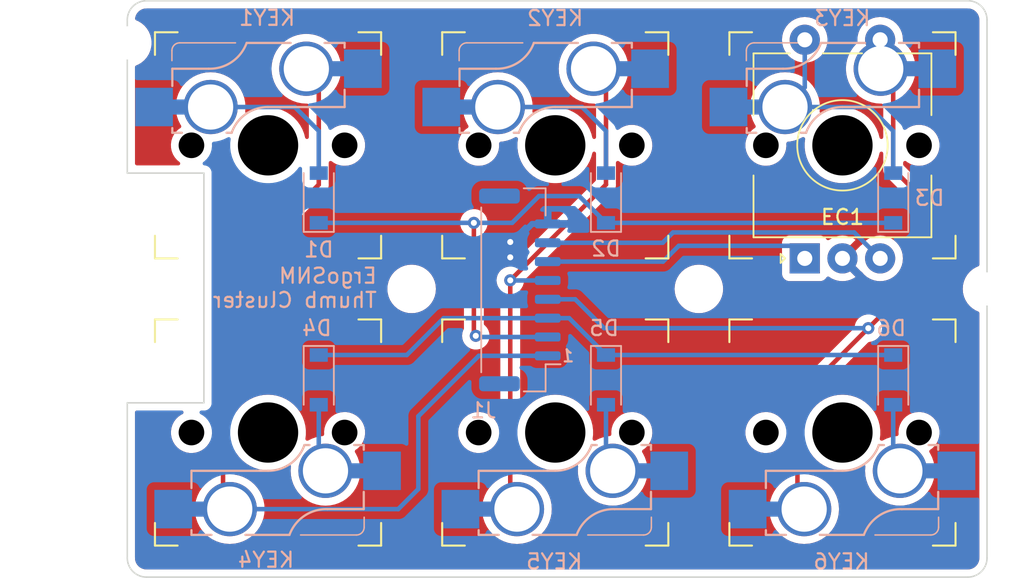
<source format=kicad_pcb>
(kicad_pcb (version 20211014) (generator pcbnew)
  (title_block (title "ErgoSNM Keyboard - Thumb Cluster") (comment 1 "MIT License"))
  (layers (0 "F.Cu" signal) (31 "B.Cu" signal) (34 "B.Paste" user) (35 "F.Paste" user) (36 "B.SilkS" user "B.Silkscreen") (37 "F.SilkS" user "F.Silkscreen") (38 "B.Mask" user) (39 "F.Mask" user) (44 "Edge.Cuts" user))
  (net 0 "")
  (net 1 "ROW_4")
  (net 2 "Net-(D1-Pad2)")
  (net 3 "Net-(D2-Pad2)")
  (net 4 "Net-(D3-Pad2)")
  (net 5 "ROW_5")
  (net 6 "Net-(D4-Pad2)")
  (net 7 "Net-(D5-Pad2)")
  (net 8 "Net-(D6-Pad2)")
  (net 9 "Encoder_A")
  (net 10 "Encoder_B")
  (net 11 "GND")
  (net 12 "COL_7")
  (net 13 "COL_5")
  (net 14 "COL_6")
  (footprint "MountingHole:MountingHole_2.2mm_M2" (layer "F.Cu") (at 56.134 97.663)
    (fp_text reference "H3" hide)
    (fp_text value "MountingHole" hide)
    (pad "" np_thru_hole circle (at 0 0) (size 2.2 2.2) (drill 2.2) (layers *.Cu *.Mask))
  )
  (footprint "Rotary_Encoder:RotaryEncoder_Alps_EC11E-Switch_Vertical_H20mm" (layer "F.Cu") (at 109.5375 71.4375 90)
    (fp_text reference "EC1" (at -4.7625 0) (layer "F.SilkS"))
    (fp_text value "RotaryEncoder_Switch")
    (fp_line (start -2 5.9) (end -6.1 5.9) (layer "F.SilkS") (width 0.12))
    (fp_line (start -2 -5.9) (end -6.1 -5.9) (layer "F.SilkS") (width 0.12))
    (fp_line (start 6.1 5.9) (end 2 5.9) (layer "F.SilkS") (width 0.12))
    (fp_line (start -0.5 0) (end 0.5 0) (layer "F.SilkS") (width 0.12))
    (fp_line (start -6.1 -5.9) (end -6.1 5.9) (layer "F.SilkS") (width 0.12))
    (fp_line (start 6.1 3.5) (end 6.1 5.9) (layer "F.SilkS") (width 0.12))
    (fp_line (start 2 -5.9) (end 6.1 -5.9) (layer "F.SilkS") (width 0.12))
    (fp_line (start -7.5 -3.8) (end -7.8 -4.1) (layer "F.SilkS") (width 0.12))
    (fp_line (start 0 -0.5) (end 0 0.5) (layer "F.SilkS") (width 0.12))
    (fp_line (start -7.2 -4.1) (end -7.5 -3.8) (layer "F.SilkS") (width 0.12))
    (fp_line (start 6.1 -1.3) (end 6.1 1.3) (layer "F.SilkS") (width 0.12))
    (fp_line (start 6.1 -5.9) (end 6.1 -3.5) (layer "F.SilkS") (width 0.12))
    (fp_line (start -7.8 -4.1) (end -7.2 -4.1) (layer "F.SilkS") (width 0.12))
    (fp_circle (center 0 0) (end 3 0) (layer "F.SilkS") (width 0.12) (fill none))
    (pad "A" thru_hole rect locked (at -7.5 -2.5 90) (size 2 2) (drill 1) (layers *.Cu *.Mask) (net 9 "Encoder_A"))
    (pad "B" thru_hole circle locked (at -7.5 2.5 90) (size 2 2) (drill 1) (layers *.Cu *.Mask) (net 10 "Encoder_B"))
    (pad "C" thru_hole circle locked (at -7.5 0 90) (size 2 2) (drill 1) (layers *.Cu *.Mask) (net 11 "GND"))
    (pad "S1" thru_hole circle locked (at 7 2.5 90) (size 2 2) (drill 1) (layers *.Cu *.Mask) (net 12 "COL_7"))
    (pad "S2" thru_hole circle locked (at 7 -2.5 90) (size 2 2) (drill 1) (layers *.Cu *.Mask) (net 4 "Net-(D3-Pad2)"))
  )
  (footprint "key-switches:MX_switch_PTH_hotswap_A" (layer "F.Cu") (at 71.4375 90.4875)
    (fp_text reference "KEY4" (at -0.134836 8.4455 unlocked) (layer "B.SilkS") (effects (justify mirror)))
    (fp_text value "SW_Push_45deg" hide)
    (fp_line (start -5.08 2.54) (end -5.08 3.683) (layer "B.SilkS") (width 0.15))
    (fp_line (start 6.35 0.83) (end 6.35 1.143) (layer "B.SilkS") (width 0.15))
    (fp_line (start 6.375 5.6198) (end 6.375 6.2802) (layer "B.SilkS") (width 0.1))
    (fp_line (start 6.35 5.08) (end 3.937 5.08) (layer "B.SilkS") (width 0.15))
    (fp_line (start 6.35 3.937) (end 6.35 5.08) (layer "B.SilkS") (width 0.15))
    (fp_line (start 2.75 0.83) (end 2.413 0.83) (layer "B.SilkS") (width 0.15))
    (fp_line (start 6.35 0.83) (end 5.715 0.83) (layer "B.SilkS") (width 0.15))
    (fp_line (start 2.1586 6.7964) (end 5.8588 6.7964) (layer "B.SilkS") (width 0.1))
    (fp_line (start -5.08 6.477) (end -5.08 6.79) (layer "B.SilkS") (width 0.15))
    (fp_line (start -5.08 6.79) (end -3.75 6.79) (layer "B.SilkS") (width 0.15))
    (fp_line (start -5.08 2.54) (end 0 2.54) (layer "B.SilkS") (width 0.15))
    (fp_line (start -1.5 6.79) (end 1.420812 6.79) (layer "B.SilkS") (width 0.15))
    (fp_arc (start 1.420812 6.79) (mid 2.403572 5.529859) (end 3.937 5.08) (layer "B.SilkS") (width 0.15))
    (fp_arc (start 6.375 6.2802) (mid 6.223809 6.645209) (end 5.8588 6.7964) (layer "B.SilkS") (width 0.1))
    (fp_arc (start 2.413 0.83) (mid 1.480188 2.071204) (end 0 2.54) (layer "B.SilkS") (width 0.15))
    (fp_line (start 7.5 -7.5) (end 6 -7.5) (layer "F.SilkS") (width 0.14))
    (fp_line (start -7.5 -7.5) (end -7.5 -6) (layer "F.SilkS") (width 0.14))
    (fp_line (start -7.5 7.5) (end -7.5 6) (layer "F.SilkS") (width 0.14))
    (fp_line (start 7.5 7.5) (end 6 7.5) (layer "F.SilkS") (width 0.14))
    (fp_line (start 7.5 -7.5) (end 7.5 -6) (layer "F.SilkS") (width 0.14))
    (fp_line (start 7.5 7.5) (end 7.5 6) (layer "F.SilkS") (width 0.14))
    (fp_line (start -7.5 7.5) (end -6 7.5) (layer "F.SilkS") (width 0.14))
    (fp_line (start -7.5 -7.5) (end -6 -7.5) (layer "F.SilkS") (width 0.14))
    (pad "" np_thru_hole circle locked (at -5.08 0) (size 1.7 1.7) (drill 1.7) (layers *.Mask))
    (pad "" np_thru_hole circle locked (at 0 0) (size 4 4) (drill 4) (layers *.Mask))
    (pad "" np_thru_hole circle locked (at 5.08 0) (size 1.7 1.7) (drill 1.7) (layers *.Mask))
    (pad "1" smd rect locked (at -4.5 5.08) (size 3 1) (layers "B.Cu") (net 13 "COL_5"))
    (pad "1" smd rect locked (at -6.29 5.08) (size 2.5 2.55) (layers "B.Cu" "B.Paste" "B.Mask") (net 13 "COL_5"))
    (pad "1" thru_hole circle locked (at -2.54 5.08) (size 3.6 3.6) (drill 3) (layers *.Cu "B.Mask") (net 13 "COL_5"))
    (pad "2" smd rect locked (at 6 2.54) (size 3 1) (layers "B.Cu") (net 6 "Net-(D4-Pad2)"))
    (pad "2" thru_hole circle locked (at 3.81 2.54) (size 3.6 3.6) (drill 3) (layers *.Cu "B.Mask") (net 6 "Net-(D4-Pad2)"))
    (pad "2" smd rect locked (at 7.56 2.54) (size 2.5 2.55) (layers "B.Cu" "B.Paste" "B.Mask") (net 6 "Net-(D4-Pad2)"))
  )
  (footprint "MountingHole:MountingHole_2.2mm_M2" (layer "F.Cu") (at 62.103 64.643)
    (fp_text reference "H4" hide)
    (fp_text value "MountingHole" hide)
    (pad "" np_thru_hole circle (at 0 0) (size 2.2 2.2) (drill 2.2) (layers *.Cu *.Mask))
  )
  (footprint "key-switches:MX_switch_PTH_hotswap_A" (layer "F.Cu") (at 90.4875 90.4875)
    (fp_text reference "KEY5" (at -0.0635 8.557 unlocked) (layer "B.SilkS") (effects (justify mirror)))
    (fp_text value "SW_Push_45deg" hide)
    (fp_line (start 6.35 0.83) (end 5.715 0.83) (layer "B.SilkS") (width 0.15))
    (fp_line (start 6.35 5.08) (end 3.937 5.08) (layer "B.SilkS") (width 0.15))
    (fp_line (start 2.75 0.83) (end 2.413 0.83) (layer "B.SilkS") (width 0.15))
    (fp_line (start -5.08 2.54) (end -5.08 3.683) (layer "B.SilkS") (width 0.15))
    (fp_line (start -1.5 6.79) (end 1.420812 6.79) (layer "B.SilkS") (width 0.15))
    (fp_line (start -5.08 2.54) (end 0 2.54) (layer "B.SilkS") (width 0.15))
    (fp_line (start -5.08 6.477) (end -5.08 6.79) (layer "B.SilkS") (width 0.15))
    (fp_line (start -5.08 6.79) (end -3.75 6.79) (layer "B.SilkS") (width 0.15))
    (fp_line (start 6.35 3.937) (end 6.35 5.08) (layer "B.SilkS") (width 0.15))
    (fp_line (start 2.1586 6.7964) (end 5.8588 6.7964) (layer "B.SilkS") (width 0.1))
    (fp_line (start 6.375 5.6198) (end 6.375 6.2802) (layer "B.SilkS") (width 0.1))
    (fp_line (start 6.35 0.83) (end 6.35 1.143) (layer "B.SilkS") (width 0.15))
    (fp_arc (start 6.375 6.2802) (mid 6.223809 6.645209) (end 5.8588 6.7964) (layer "B.SilkS") (width 0.1))
    (fp_arc (start 2.413 0.83) (mid 1.480188 2.071204) (end 0 2.54) (layer "B.SilkS") (width 0.15))
    (fp_arc (start 1.420812 6.79) (mid 2.403572 5.529859) (end 3.937 5.08) (layer "B.SilkS") (width 0.15))
    (fp_line (start -7.5 -7.5) (end -7.5 -6) (layer "F.SilkS") (width 0.14))
    (fp_line (start -7.5 7.5) (end -7.5 6) (layer "F.SilkS") (width 0.14))
    (fp_line (start 7.5 -7.5) (end 6 -7.5) (layer "F.SilkS") (width 0.14))
    (fp_line (start 7.5 -7.5) (end 7.5 -6) (layer "F.SilkS") (width 0.14))
    (fp_line (start 7.5 7.5) (end 7.5 6) (layer "F.SilkS") (width 0.14))
    (fp_line (start -7.5 7.5) (end -6 7.5) (layer "F.SilkS") (width 0.14))
    (fp_line (start -7.5 -7.5) (end -6 -7.5) (layer "F.SilkS") (width 0.14))
    (fp_line (start 7.5 7.5) (end 6 7.5) (layer "F.SilkS") (width 0.14))
    (pad "" np_thru_hole circle locked (at -5.08 0) (size 1.7 1.7) (drill 1.7) (layers *.Mask))
    (pad "" np_thru_hole circle locked (at 0 0) (size 4 4) (drill 4) (layers *.Mask))
    (pad "" np_thru_hole circle locked (at 5.08 0) (size 1.7 1.7) (drill 1.7) (layers *.Mask))
    (pad "1" thru_hole circle locked (at -2.54 5.08) (size 3.6 3.6) (drill 3) (layers *.Cu "B.Mask") (net 14 "COL_6"))
    (pad "1" smd rect locked (at -4.5 5.08) (size 3 1) (layers "B.Cu") (net 14 "COL_6"))
    (pad "1" smd rect locked (at -6.29 5.08) (size 2.5 2.55) (layers "B.Cu" "B.Paste" "B.Mask") (net 14 "COL_6"))
    (pad "2" smd rect locked (at 6 2.54) (size 3 1) (layers "B.Cu") (net 7 "Net-(D5-Pad2)"))
    (pad "2" thru_hole circle locked (at 3.81 2.54) (size 3.6 3.6) (drill 3) (layers *.Cu "B.Mask") (net 7 "Net-(D5-Pad2)"))
    (pad "2" smd rect locked (at 7.56 2.54) (size 2.5 2.55) (layers "B.Cu" "B.Paste" "B.Mask") (net 7 "Net-(D5-Pad2)"))
  )
  (footprint "key-switches:MX_switch_PTH_hotswap_A" (layer "F.Cu") (at 109.5375 90.4875)
    (fp_text reference "KEY6" (at -0.0635 8.557 unlocked) (layer "B.SilkS") (effects (justify mirror)))
    (fp_text value "SW_Push_45deg" hide)
    (fp_line (start 6.35 3.937) (end 6.35 5.08) (layer "B.SilkS") (width 0.15))
    (fp_line (start 6.35 0.83) (end 5.715 0.83) (layer "B.SilkS") (width 0.15))
    (fp_line (start -5.08 2.54) (end 0 2.54) (layer "B.SilkS") (width 0.15))
    (fp_line (start 2.1586 6.7964) (end 5.8588 6.7964) (layer "B.SilkS") (width 0.1))
    (fp_line (start -1.5 6.79) (end 1.420812 6.79) (layer "B.SilkS") (width 0.15))
    (fp_line (start -5.08 2.54) (end -5.08 3.683) (layer "B.SilkS") (width 0.15))
    (fp_line (start 6.375 5.6198) (end 6.375 6.2802) (layer "B.SilkS") (width 0.1))
    (fp_line (start 6.35 5.08) (end 3.937 5.08) (layer "B.SilkS") (width 0.15))
    (fp_line (start 6.35 0.83) (end 6.35 1.143) (layer "B.SilkS") (width 0.15))
    (fp_line (start -5.08 6.79) (end -3.75 6.79) (layer "B.SilkS") (width 0.15))
    (fp_line (start 2.75 0.83) (end 2.413 0.83) (layer "B.SilkS") (width 0.15))
    (fp_line (start -5.08 6.477) (end -5.08 6.79) (layer "B.SilkS") (width 0.15))
    (fp_arc (start 6.375 6.2802) (mid 6.223809 6.645209) (end 5.8588 6.7964) (layer "B.SilkS") (width 0.1))
    (fp_arc (start 2.413 0.83) (mid 1.480188 2.071204) (end 0 2.54) (layer "B.SilkS") (width 0.15))
    (fp_arc (start 1.420812 6.79) (mid 2.403572 5.529859) (end 3.937 5.08) (layer "B.SilkS") (width 0.15))
    (fp_line (start 7.5 -7.5) (end 6 -7.5) (layer "F.SilkS") (width 0.14))
    (fp_line (start -7.5 7.5) (end -6 7.5) (layer "F.SilkS") (width 0.14))
    (fp_line (start 7.5 7.5) (end 7.5 6) (layer "F.SilkS") (width 0.14))
    (fp_line (start 7.5 7.5) (end 6 7.5) (layer "F.SilkS") (width 0.14))
    (fp_line (start -7.5 7.5) (end -7.5 6) (layer "F.SilkS") (width 0.14))
    (fp_line (start -7.5 -7.5) (end -7.5 -6) (layer "F.SilkS") (width 0.14))
    (fp_line (start -7.5 -7.5) (end -6 -7.5) (layer "F.SilkS") (width 0.14))
    (fp_line (start 7.5 -7.5) (end 7.5 -6) (layer "F.SilkS") (width 0.14))
    (pad "" np_thru_hole circle locked (at 5.08 0) (size 1.7 1.7) (drill 1.7) (layers *.Mask))
    (pad "" np_thru_hole circle locked (at 0 0) (size 4 4) (drill 4) (layers *.Mask))
    (pad "" np_thru_hole circle locked (at -5.08 0) (size 1.7 1.7) (drill 1.7) (layers *.Mask))
    (pad "1" smd rect locked (at -4.5 5.08) (size 3 1) (layers "B.Cu") (net 12 "COL_7"))
    (pad "1" smd rect locked (at -6.29 5.08) (size 2.5 2.55) (layers "B.Cu" "B.Paste" "B.Mask") (net 12 "COL_7"))
    (pad "1" thru_hole circle locked (at -2.54 5.08) (size 3.6 3.6) (drill 3) (layers *.Cu "B.Mask") (net 12 "COL_7"))
    (pad "2" thru_hole circle locked (at 3.81 2.54) (size 3.6 3.6) (drill 3) (layers *.Cu "B.Mask") (net 8 "Net-(D6-Pad2)"))
    (pad "2" smd rect locked (at 6 2.54) (size 3 1) (layers "B.Cu") (net 8 "Net-(D6-Pad2)"))
    (pad "2" smd rect locked (at 7.56 2.54) (size 2.5 2.55) (layers "B.Cu" "B.Paste" "B.Mask") (net 8 "Net-(D6-Pad2)"))
  )
  (footprint "key-switches:MX_switch_PTH_hotswap_A" (layer "F.Cu") (at 71.4375 71.4375 180)
    (fp_text reference "KEY1" (at 0.0635 8.4455 unlocked) (layer "B.SilkS") (effects (justify mirror)))
    (fp_text value "SW_Push_45deg" hide)
    (fp_line (start -5.08 2.54) (end 0 2.54) (layer "B.SilkS") (width 0.15))
    (fp_line (start 6.35 0.83) (end 5.715 0.83) (layer "B.SilkS") (width 0.15))
    (fp_line (start -5.08 2.54) (end -5.08 3.683) (layer "B.SilkS") (width 0.15))
    (fp_line (start -5.08 6.477) (end -5.08 6.79) (layer "B.SilkS") (width 0.15))
    (fp_line (start -1.5 6.79) (end 1.420812 6.79) (layer "B.SilkS") (width 0.15))
    (fp_line (start 6.35 5.08) (end 3.937 5.08) (layer "B.SilkS") (width 0.15))
    (fp_line (start 6.35 0.83) (end 6.35 1.143) (layer "B.SilkS") (width 0.15))
    (fp_line (start 2.75 0.83) (end 2.413 0.83) (layer "B.SilkS") (width 0.15))
    (fp_line (start -5.08 6.79) (end -3.75 6.79) (layer "B.SilkS") (width 0.15))
    (fp_line (start 2.1586 6.7964) (end 5.8588 6.7964) (layer "B.SilkS") (width 0.1))
    (fp_line (start 6.35 3.937) (end 6.35 5.08) (layer "B.SilkS") (width 0.15))
    (fp_line (start 6.375 5.6198) (end 6.375 6.2802) (layer "B.SilkS") (width 0.1))
    (fp_arc (start 2.413 0.83) (mid 1.480188 2.071204) (end 0 2.54) (layer "B.SilkS") (width 0.15))
    (fp_arc (start 6.375 6.2802) (mid 6.223809 6.645209) (end 5.8588 6.7964) (layer "B.SilkS") (width 0.1))
    (fp_arc (start 1.420812 6.79) (mid 2.403572 5.529859) (end 3.937 5.08) (layer "B.SilkS") (width 0.15))
    (fp_line (start 7.5 7.5) (end 7.5 6) (layer "F.SilkS") (width 0.14))
    (fp_line (start 7.5 -7.5) (end 7.5 -6) (layer "F.SilkS") (width 0.14))
    (fp_line (start -7.5 -7.5) (end -7.5 -6) (layer "F.SilkS") (width 0.14))
    (fp_line (start -7.5 -7.5) (end -6 -7.5) (layer "F.SilkS") (width 0.14))
    (fp_line (start 7.5 -7.5) (end 6 -7.5) (layer "F.SilkS") (width 0.14))
    (fp_line (start 7.5 7.5) (end 6 7.5) (layer "F.SilkS") (width 0.14))
    (fp_line (start -7.5 7.5) (end -6 7.5) (layer "F.SilkS") (width 0.14))
    (fp_line (start -7.5 7.5) (end -7.5 6) (layer "F.SilkS") (width 0.14))
    (pad "" np_thru_hole circle locked (at 0 0 180) (size 4 4) (drill 4) (layers *.Mask))
    (pad "" np_thru_hole circle locked (at 5.08 0 180) (size 1.7 1.7) (drill 1.7) (layers *.Mask))
    (pad "" np_thru_hole circle locked (at -5.08 0 180) (size 1.7 1.7) (drill 1.7) (layers *.Mask))
    (pad "1" smd rect locked (at -4.5 5.08 180) (size 3 1) (layers "B.Cu") (net 13 "COL_5"))
    (pad "1" thru_hole circle locked (at -2.54 5.08 180) (size 3.6 3.6) (drill 3) (layers *.Cu "B.Mask") (net 13 "COL_5"))
    (pad "1" smd rect locked (at -6.29 5.08 180) (size 2.5 2.55) (layers "B.Cu" "B.Paste" "B.Mask") (net 13 "COL_5"))
    (pad "2" thru_hole circle locked (at 3.81 2.54 180) (size 3.6 3.6) (drill 3) (layers *.Cu "B.Mask") (net 2 "Net-(D1-Pad2)"))
    (pad "2" smd rect locked (at 6 2.54 180) (size 3 1) (layers "B.Cu") (net 2 "Net-(D1-Pad2)"))
    (pad "2" smd rect locked (at 7.56 2.54 180) (size 2.5 2.55) (layers "B.Cu" "B.Paste" "B.Mask") (net 2 "Net-(D1-Pad2)"))
  )
  (footprint "key-switches:MX_switch_PTH_hotswap_A" (layer "F.Cu") (at 90.4875 71.4375 180)
    (fp_text reference "KEY2" (at 0.007836 8.43 unlocked) (layer "B.SilkS") (effects (justify mirror)))
    (fp_text value "SW_Push_45deg" hide)
    (fp_line (start -5.08 6.477) (end -5.08 6.79) (layer "B.SilkS") (width 0.15))
    (fp_line (start -1.5 6.79) (end 1.420812 6.79) (layer "B.SilkS") (width 0.15))
    (fp_line (start -5.08 2.54) (end 0 2.54) (layer "B.SilkS") (width 0.15))
    (fp_line (start -5.08 6.79) (end -3.75 6.79) (layer "B.SilkS") (width 0.15))
    (fp_line (start 2.75 0.83) (end 2.413 0.83) (layer "B.SilkS") (width 0.15))
    (fp_line (start -5.08 2.54) (end -5.08 3.683) (layer "B.SilkS") (width 0.15))
    (fp_line (start 6.35 3.937) (end 6.35 5.08) (layer "B.SilkS") (width 0.15))
    (fp_line (start 6.35 0.83) (end 6.35 1.143) (layer "B.SilkS") (width 0.15))
    (fp_line (start 2.1586 6.7964) (end 5.8588 6.7964) (layer "B.SilkS") (width 0.1))
    (fp_line (start 6.35 0.83) (end 5.715 0.83) (layer "B.SilkS") (width 0.15))
    (fp_line (start 6.375 5.6198) (end 6.375 6.2802) (layer "B.SilkS") (width 0.1))
    (fp_line (start 6.35 5.08) (end 3.937 5.08) (layer "B.SilkS") (width 0.15))
    (fp_arc (start 1.420812 6.79) (mid 2.403572 5.529859) (end 3.937 5.08) (layer "B.SilkS") (width 0.15))
    (fp_arc (start 2.413 0.83) (mid 1.480188 2.071204) (end 0 2.54) (layer "B.SilkS") (width 0.15))
    (fp_arc (start 6.375 6.2802) (mid 6.223809 6.645209) (end 5.8588 6.7964) (layer "B.SilkS") (width 0.1))
    (fp_line (start -7.5 7.5) (end -6 7.5) (layer "F.SilkS") (width 0.14))
    (fp_line (start -7.5 7.5) (end -7.5 6) (layer "F.SilkS") (width 0.14))
    (fp_line (start -7.5 -7.5) (end -6 -7.5) (layer "F.SilkS") (width 0.14))
    (fp_line (start 7.5 -7.5) (end 6 -7.5) (layer "F.SilkS") (width 0.14))
    (fp_line (start 7.5 7.5) (end 6 7.5) (layer "F.SilkS") (width 0.14))
    (fp_line (start 7.5 7.5) (end 7.5 6) (layer "F.SilkS") (width 0.14))
    (fp_line (start -7.5 -7.5) (end -7.5 -6) (layer "F.SilkS") (width 0.14))
    (fp_line (start 7.5 -7.5) (end 7.5 -6) (layer "F.SilkS") (width 0.14))
    (pad "" np_thru_hole circle locked (at 5.08 0 180) (size 1.7 1.7) (drill 1.7) (layers *.Mask))
    (pad "" np_thru_hole circle locked (at -5.08 0 180) (size 1.7 1.7) (drill 1.7) (layers *.Mask))
    (pad "" np_thru_hole circle locked (at 0 0 180) (size 4 4) (drill 4) (layers *.Mask))
    (pad "1" smd rect locked (at -6.29 5.08 180) (size 2.5 2.55) (layers "B.Cu" "B.Paste" "B.Mask") (net 14 "COL_6"))
    (pad "1" thru_hole circle locked (at -2.54 5.08 180) (size 3.6 3.6) (drill 3) (layers *.Cu "B.Mask") (net 14 "COL_6"))
    (pad "1" smd rect locked (at -4.5 5.08 180) (size 3 1) (layers "B.Cu") (net 14 "COL_6"))
    (pad "2" smd rect locked (at 7.56 2.54 180) (size 2.5 2.55) (layers "B.Cu" "B.Paste" "B.Mask") (net 3 "Net-(D2-Pad2)"))
    (pad "2" thru_hole circle locked (at 3.81 2.54 180) (size 3.6 3.6) (drill 3) (layers *.Cu "B.Mask") (net 3 "Net-(D2-Pad2)"))
    (pad "2" smd rect locked (at 6 2.54 180) (size 3 1) (layers "B.Cu") (net 3 "Net-(D2-Pad2)"))
  )
  (footprint "key-switches:MX_switch_PTH_hotswap_A" (layer "F.Cu") (at 109.5375 71.4375 180)
    (fp_text reference "KEY3" (at 0.007836 8.43 unlocked) (layer "B.SilkS") (effects (justify mirror)))
    (fp_text value "SW_Push_45deg" hide)
    (fp_line (start -5.08 6.477) (end -5.08 6.79) (layer "B.SilkS") (width 0.15))
    (fp_line (start 2.1586 6.7964) (end 5.8588 6.7964) (layer "B.SilkS") (width 0.1))
    (fp_line (start 6.35 3.937) (end 6.35 5.08) (layer "B.SilkS") (width 0.15))
    (fp_line (start 6.35 0.83) (end 6.35 1.143) (layer "B.SilkS") (width 0.15))
    (fp_line (start -1.5 6.79) (end 1.420812 6.79) (layer "B.SilkS") (width 0.15))
    (fp_line (start -5.08 2.54) (end 0 2.54) (layer "B.SilkS") (width 0.15))
    (fp_line (start 6.35 0.83) (end 5.715 0.83) (layer "B.SilkS") (width 0.15))
    (fp_line (start -5.08 2.54) (end -5.08 3.683) (layer "B.SilkS") (width 0.15))
    (fp_line (start -5.08 6.79) (end -3.75 6.79) (layer "B.SilkS") (width 0.15))
    (fp_line (start 2.75 0.83) (end 2.413 0.83) (layer "B.SilkS") (width 0.15))
    (fp_line (start 6.375 5.6198) (end 6.375 6.2802) (layer "B.SilkS") (width 0.1))
    (fp_line (start 6.35 5.08) (end 3.937 5.08) (layer "B.SilkS") (width 0.15))
    (fp_arc (start 2.413 0.83) (mid 1.480188 2.071204) (end 0 2.54) (layer "B.SilkS") (width 0.15))
    (fp_arc (start 6.375 6.2802) (mid 6.223809 6.645209) (end 5.8588 6.7964) (layer "B.SilkS") (width 0.1))
    (fp_arc (start 1.420812 6.79) (mid 2.403572 5.529859) (end 3.937 5.08) (layer "B.SilkS") (width 0.15))
    (fp_line (start 7.5 -7.5) (end 6 -7.5) (layer "F.SilkS") (width 0.14))
    (fp_line (start -7.5 7.5) (end -6 7.5) (layer "F.SilkS") (width 0.14))
    (fp_line (start 7.5 7.5) (end 6 7.5) (layer "F.SilkS") (width 0.14))
    (fp_line (start -7.5 -7.5) (end -7.5 -6) (layer "F.SilkS") (width 0.14))
    (fp_line (start 7.5 7.5) (end 7.5 6) (layer "F.SilkS") (width 0.14))
    (fp_line (start 7.5 -7.5) (end 7.5 -6) (layer "F.SilkS") (width 0.14))
    (fp_line (start -7.5 -7.5) (end -6 -7.5) (layer "F.SilkS") (width 0.14))
    (fp_line (start -7.5 7.5) (end -7.5 6) (layer "F.SilkS") (width 0.14))
    (pad "" np_thru_hole circle locked (at 0 0 180) (size 4 4) (drill 4) (layers *.Mask))
    (pad "" np_thru_hole circle locked (at 5.08 0 180) (size 1.7 1.7) (drill 1.7) (layers *.Mask))
    (pad "" np_thru_hole circle locked (at -5.08 0 180) (size 1.7 1.7) (drill 1.7) (layers *.Mask))
    (pad "1" thru_hole circle locked (at -2.54 5.08 180) (size 3.6 3.6) (drill 3) (layers *.Cu "B.Mask") (net 12 "COL_7"))
    (pad "1" smd rect locked (at -6.29 5.08 180) (size 2.5 2.55) (layers "B.Cu" "B.Paste" "B.Mask") (net 12 "COL_7"))
    (pad "1" smd rect locked (at -4.5 5.08 180) (size 3 1) (layers "B.Cu") (net 12 "COL_7"))
    (pad "2" thru_hole circle locked (at 3.81 2.54 180) (size 3.6 3.6) (drill 3) (layers *.Cu "B.Mask") (net 4 "Net-(D3-Pad2)"))
    (pad "2" smd rect locked (at 6 2.54 180) (size 3 1) (layers "B.Cu") (net 4 "Net-(D3-Pad2)"))
    (pad "2" smd rect locked (at 7.56 2.54 180) (size 2.5 2.55) (layers "B.Cu" "B.Paste" "B.Mask") (net 4 "Net-(D3-Pad2)"))
  )
  (footprint "MountingHole:MountingHole_2.2mm_M2" (layer "F.Cu") (at 100.0125 80.9625)
    (fp_text reference "H2" hide)
    (fp_text value "MountingHole" hide)
    (pad "" np_thru_hole circle (at 0 0) (size 2.2 2.2) (drill 2.2) (layers *.Cu *.Mask))
  )
  (footprint "MountingHole:MountingHole_2.2mm_M2" (layer "F.Cu") (at 80.9625 80.9625)
    (fp_text reference "H1" hide)
    (fp_text value "MountingHole" hide)
    (pad "" np_thru_hole circle (at 0 0) (size 2.2 2.2) (drill 2.2) (layers *.Cu *.Mask))
  )
  (footprint "MountingHole:MountingHole_2.2mm_M2" (layer "F.Cu") (at 119.126 80.9625)
    (fp_text reference "H5" hide)
    (fp_text value "MountingHole" hide)
    (pad "" np_thru_hole circle (at 0 0) (size 2.2 2.2) (drill 2.2) (layers *.Cu *.Mask))
  )
  (footprint "Diode_SMD:D_SOD-123" (layer "B.Cu") (at 93.853 86.995 -90)
    (fp_text reference "D5" (at -3.429 0.127) (layer "B.SilkS") (effects (justify mirror)))
    (fp_text value "1N4148")
    (fp_line (start -2.25 1) (end -2.25 -1) (layer "B.SilkS") (width 0.12))
    (fp_line (start -2.25 1) (end 1.65 1) (layer "B.SilkS") (width 0.12))
    (fp_line (start -2.25 -1) (end 1.65 -1) (layer "B.SilkS") (width 0.12))
    (pad "1" smd rect (at -1.65 0 270) (size 0.9 1.2) (layers "B.Cu" "B.Paste" "B.Mask") (net 5 "ROW_5"))
    (pad "2" smd rect (at 1.65 0 270) (size 0.9 1.2) (layers "B.Cu" "B.Paste" "B.Mask") (net 7 "Net-(D5-Pad2)"))
  )
  (footprint "Connector_JST:JST_GH_SM08B-GHS-TB_1x08-1MP_P1.25mm_Horizontal" (layer "B.Cu") (at 88.138 81.026 90)
    (fp_text reference "J1" (at -8.001 -2.413 180) (layer "B.SilkS") (effects (justify mirror)))
    (fp_text value "Conn_01x08")
    (fp_text user "1" (at -4.3815 3.20675 unlocked) (layer "B.SilkS") (effects (font (size 0.8 0.8) (thickness 0.15) italic) (justify mirror)))
    (fp_line (start -6.735 0.26) (end -6.735 1.71) (layer "B.SilkS") (width 0.12))
    (fp_line (start -5.465 -2.56) (end 5.465 -2.56) (layer "B.SilkS") (width 0.12))
    (fp_line (start -6.735 1.71) (end -4.935 1.71) (layer "B.SilkS") (width 0.12))
    (fp_line (start 6.735 1.71) (end 4.935 1.71) (layer "B.SilkS") (width 0.12))
    (fp_line (start 6.735 0.26) (end 6.735 1.71) (layer "B.SilkS") (width 0.12))
    (fp_line (start -4.935 1.71) (end -4.935 2.7) (layer "B.SilkS") (width 0.12))
    (pad "1" smd roundrect (at -4.375 1.85 90) (size 0.6 1.7) (layers "B.Cu" "B.Paste" "B.Mask") (net 13 "COL_5"))
    (pad "2" smd roundrect (at -3.125 1.85 90) (size 0.6 1.7) (layers "B.Cu" "B.Paste" "B.Mask") (net 1 "ROW_4"))
    (pad "3" smd roundrect (at -1.875 1.85 90) (size 0.6 1.7) (layers "B.Cu" "B.Paste" "B.Mask") (net 5 "ROW_5"))
    (pad "4" smd roundrect (at -0.625 1.85 90) (size 0.6 1.7) (layers "B.Cu" "B.Paste" "B.Mask") (net 12 "COL_7"))
    (pad "5" smd roundrect (at 0.625 1.85 90) (size 0.6 1.7) (layers "B.Cu" "B.Paste" "B.Mask") (net 14 "COL_6"))
    (pad "6" smd roundrect (at 1.875 1.85 90) (size 0.6 1.7) (layers "B.Cu" "B.Paste" "B.Mask") (net 9 "Encoder_A"))
    (pad "7" smd roundrect (at 3.125 1.85 90) (size 0.6 1.7) (layers "B.Cu" "B.Paste" "B.Mask") (net 10 "Encoder_B"))
    (pad "8" smd roundrect (at 4.375 1.85 90) (size 0.6 1.7) (layers "B.Cu" "B.Paste" "B.Mask") (net 11 "GND"))
    (pad "MP" smd roundrect (at -6.225 -1.35 90) (size 1 2.7) (layers "B.Cu" "B.Paste" "B.Mask"))
    (pad "MP" smd roundrect (at 6.225 -1.35 90) (size 1 2.7) (layers "B.Cu" "B.Paste" "B.Mask"))
  )
  (footprint "Diode_SMD:D_SOD-123" (layer "B.Cu") (at 112.903 74.93 90)
    (fp_text reference "D3" (at 0 2.413 180) (layer "B.SilkS") (effects (justify mirror)))
    (fp_text value "1N4148")
    (fp_line (start -2.25 1) (end 1.65 1) (layer "B.SilkS") (width 0.12))
    (fp_line (start -2.25 -1) (end 1.65 -1) (layer "B.SilkS") (width 0.12))
    (fp_line (start -2.25 1) (end -2.25 -1) (layer "B.SilkS") (width 0.12))
    (pad "1" smd rect (at -1.65 0 90) (size 0.9 1.2) (layers "B.Cu" "B.Paste" "B.Mask") (net 1 "ROW_4"))
    (pad "2" smd rect (at 1.65 0 90) (size 0.9 1.2) (layers "B.Cu" "B.Paste" "B.Mask") (net 4 "Net-(D3-Pad2)"))
  )
  (footprint "Diode_SMD:D_SOD-123" (layer "B.Cu") (at 112.903 86.995 -90)
    (fp_text reference "D6" (at -3.429 0.127) (layer "B.SilkS") (effects (justify mirror)))
    (fp_text value "1N4148")
    (fp_line (start -2.25 1) (end 1.65 1) (layer "B.SilkS") (width 0.12))
    (fp_line (start -2.25 1) (end -2.25 -1) (layer "B.SilkS") (width 0.12))
    (fp_line (start -2.25 -1) (end 1.65 -1) (layer "B.SilkS") (width 0.12))
    (pad "1" smd rect (at -1.65 0 270) (size 0.9 1.2) (layers "B.Cu" "B.Paste" "B.Mask") (net 5 "ROW_5"))
    (pad "2" smd rect (at 1.65 0 270) (size 0.9 1.2) (layers "B.Cu" "B.Paste" "B.Mask") (net 8 "Net-(D6-Pad2)"))
  )
  (footprint "Diode_SMD:D_SOD-123" (layer "B.Cu") (at 74.803 86.995 -90)
    (fp_text reference "D4" (at -3.429 0.127) (layer "B.SilkS") (effects (justify mirror)))
    (fp_text value "1N4148")
    (fp_line (start -2.25 -1) (end 1.65 -1) (layer "B.SilkS") (width 0.12))
    (fp_line (start -2.25 1) (end -2.25 -1) (layer "B.SilkS") (width 0.12))
    (fp_line (start -2.25 1) (end 1.65 1) (layer "B.SilkS") (width 0.12))
    (pad "1" smd rect (at -1.65 0 270) (size 0.9 1.2) (layers "B.Cu" "B.Paste" "B.Mask") (net 5 "ROW_5"))
    (pad "2" smd rect (at 1.65 0 270) (size 0.9 1.2) (layers "B.Cu" "B.Paste" "B.Mask") (net 6 "Net-(D4-Pad2)"))
  )
  (footprint "Diode_SMD:D_SOD-123" (layer "B.Cu") (at 93.853 74.93 90)
    (fp_text reference "D2" (at -3.3655 0 180) (layer "B.SilkS") (effects (justify mirror)))
    (fp_text value "1N4148")
    (fp_line (start -2.25 1) (end -2.25 -1) (layer "B.SilkS") (width 0.12))
    (fp_line (start -2.25 1) (end 1.65 1) (layer "B.SilkS") (width 0.12))
    (fp_line (start -2.25 -1) (end 1.65 -1) (layer "B.SilkS") (width 0.12))
    (pad "1" smd rect (at -1.65 0 90) (size 0.9 1.2) (layers "B.Cu" "B.Paste" "B.Mask") (net 1 "ROW_4"))
    (pad "2" smd rect (at 1.65 0 90) (size 0.9 1.2) (layers "B.Cu" "B.Paste" "B.Mask") (net 3 "Net-(D2-Pad2)"))
  )
  (footprint "Diode_SMD:D_SOD-123" (layer "B.Cu") (at 74.803 74.93 90)
    (fp_text reference "D1" (at -3.429 0 180) (layer "B.SilkS") (effects (justify mirror)))
    (fp_text value "1N4148")
    (fp_line (start -2.25 -1) (end 1.65 -1) (layer "B.SilkS") (width 0.12))
    (fp_line (start -2.25 1) (end -2.25 -1) (layer "B.SilkS") (width 0.12))
    (fp_line (start -2.25 1) (end 1.65 1) (layer "B.SilkS") (width 0.12))
    (pad "1" smd rect (at -1.65 0 90) (size 0.9 1.2) (layers "B.Cu" "B.Paste" "B.Mask") (net 1 "ROW_4"))
    (pad "2" smd rect (at 1.65 0 90) (size 0.9 1.2) (layers "B.Cu" "B.Paste" "B.Mask") (net 2 "Net-(D1-Pad2)"))
  )
  (gr_line (start 62.103 88.519) (end 62.103 98.806) (layer "Edge.Cuts") (width 0.1))
  (gr_arc (start 119.126 98.806) (mid 118.754026 99.704026) (end 117.856 100.076) (layer "Edge.Cuts") (width 0.1))
  (gr_line (start 119.126 63.119) (end 119.126 98.806) (layer "Edge.Cuts") (width 0.1))
  (gr_arc (start 117.856 61.849) (mid 118.754026 62.220974) (end 119.126 63.119) (layer "Edge.Cuts") (width 0.1))
  (gr_arc (start 62.103 63.119) (mid 62.474974 62.220974) (end 63.373 61.849) (layer "Edge.Cuts") (width 0.1))
  (gr_arc (start 63.373 100.076) (mid 62.474974 99.704026) (end 62.103 98.806) (layer "Edge.Cuts") (width 0.1))
  (gr_line (start 62.103 63.119) (end 62.103 73.279) (layer "Edge.Cuts") (width 0.1))
  (gr_line (start 67.183 88.519) (end 67.183 73.279) (layer "Edge.Cuts") (width 0.1))
  (gr_line (start 67.183 88.519) (end 62.103 88.519) (layer "Edge.Cuts") (width 0.1))
  (gr_line (start 117.856 100.076) (end 63.373 100.076) (layer "Edge.Cuts") (width 0.1))
  (gr_line (start 67.183 73.279) (end 62.103 73.279) (layer "Edge.Cuts") (width 0.1))
  (gr_line (start 63.373 61.849) (end 117.856 61.849) (layer "Edge.Cuts") (width 0.1))
  (gr_text "ErgoSNM\nThumb Cluster" (at 78.74 80.899) (layer "B.SilkS") (effects (font (size 1 1)) (justify left mirror)))
  (segment (start 85.09 76.581) (end 85.089 76.58) (width 0.3) (layer "F.Cu") (net 1))
  (segment (start 85.217 84.074) (end 85.09 83.947) (width 0.3) (layer "F.Cu") (net 1))
  (segment (start 85.09 83.947) (end 85.09 76.581) (width 0.3) (layer "F.Cu") (net 1))
  (via (at 85.089 76.58) (size 0.8) (drill 0.4) (layers "F.Cu" "B.Cu") (net 1))
  (via (at 85.217 84.074) (size 0.8) (drill 0.4) (layers "F.Cu" "B.Cu") (net 1))
  (segment (start 85.089 76.58) (end 74.803 76.58) (width 0.3) (layer "B.Cu") (net 1))
  (segment (start 92.076 74.803) (end 89.408 74.803) (width 0.3) (layer "B.Cu") (net 1))
  (segment (start 85.217 84.074) (end 85.294 84.151) (width 0.3) (layer "B.Cu") (net 1))
  (segment (start 89.408 74.803) (end 87.631 76.58) (width 0.3) (layer "B.Cu") (net 1))
  (segment (start 85.294 84.151) (end 89.988 84.151) (width 0.3) (layer "B.Cu") (net 1))
  (segment (start 112.903 76.58) (end 93.853 76.58) (width 0.3) (layer "B.Cu") (net 1))
  (segment (start 93.853 76.58) (end 92.076 74.803) (width 0.3) (layer "B.Cu") (net 1))
  (segment (start 87.631 76.58) (end 85.089 76.58) (width 0.3) (layer "B.Cu") (net 1))
  (segment (start 67.6275 68.8975) (end 73.2155 68.8975) (width 0.3) (layer "B.Cu") (net 2))
  (segment (start 73.2155 68.8975) (end 74.803 70.485) (width 0.3) (layer "B.Cu") (net 2))
  (segment (start 74.803 70.485) (end 74.803 73.28) (width 0.3) (layer "B.Cu") (net 2))
  (segment (start 86.6775 68.8975) (end 92.2655 68.8975) (width 0.3) (layer "B.Cu") (net 3))
  (segment (start 93.853 70.485) (end 93.853 73.28) (width 0.3) (layer "B.Cu") (net 3))
  (segment (start 92.2655 68.8975) (end 93.853 70.485) (width 0.3) (layer "B.Cu") (net 3))
  (segment (start 111.3155 68.8975) (end 112.903 70.485) (width 0.3) (layer "B.Cu") (net 4))
  (segment (start 112.903 70.485) (end 112.903 73.28) (width 0.3) (layer "B.Cu") (net 4))
  (segment (start 107.0375 67.5875) (end 105.7275 68.8975) (width 0.3) (layer "B.Cu") (net 4))
  (segment (start 107.0375 64.4375) (end 107.0375 67.5875) (width 0.3) (layer "B.Cu") (net 4))
  (segment (start 105.7275 68.8975) (end 111.3155 68.8975) (width 0.3) (layer "B.Cu") (net 4))
  (segment (start 112.903 85.345) (end 93.853 85.345) (width 0.3) (layer "B.Cu") (net 5))
  (segment (start 80.644 85.345) (end 74.803 85.345) (width 0.3) (layer "B.Cu") (net 5))
  (segment (start 89.988 82.901) (end 83.088 82.901) (width 0.3) (layer "B.Cu") (net 5))
  (segment (start 93.853 85.345) (end 91.409 82.901) (width 0.3) (layer "B.Cu") (net 5))
  (segment (start 91.409 82.901) (end 89.988 82.901) (width 0.3) (layer "B.Cu") (net 5))
  (segment (start 83.088 82.901) (end 80.644 85.345) (width 0.3) (layer "B.Cu") (net 5))
  (segment (start 74.803 92.583) (end 75.2475 93.0275) (width 0.3) (layer "B.Cu") (net 6))
  (segment (start 74.803 88.645) (end 74.803 92.583) (width 0.3) (layer "B.Cu") (net 6))
  (segment (start 93.853 92.583) (end 94.2975 93.0275) (width 0.3) (layer "B.Cu") (net 7))
  (segment (start 93.853 88.645) (end 93.853 92.583) (width 0.3) (layer "B.Cu") (net 7))
  (segment (start 112.903 88.645) (end 112.903 92.583) (width 0.3) (layer "B.Cu") (net 8))
  (segment (start 112.903 92.583) (end 113.3475 93.0275) (width 0.3) (layer "B.Cu") (net 8))
  (segment (start 89.988 79.151) (end 97.633 79.151) (width 0.3) (layer "B.Cu") (net 9))
  (segment (start 106.205 78.105) (end 107.0375 78.9375) (width 0.3) (layer "B.Cu") (net 9))
  (segment (start 98.679 78.105) (end 106.205 78.105) (width 0.3) (layer "B.Cu") (net 9))
  (segment (start 97.633 79.151) (end 98.679 78.105) (width 0.3) (layer "B.Cu") (net 9))
  (segment (start 97.613 77.901) (end 98.2345 77.2795) (width 0.3) (layer "B.Cu") (net 10))
  (segment (start 110.316 77.216) (end 112.0375 78.9375) (width 0.3) (layer "B.Cu") (net 10))
  (segment (start 98.298 77.216) (end 110.316 77.216) (width 0.3) (layer "B.Cu") (net 10))
  (segment (start 89.988 77.901) (end 97.613 77.901) (width 0.3) (layer "B.Cu") (net 10))
  (segment (start 98.2345 77.2795) (end 98.298 77.216) (width 0.3) (layer "B.Cu") (net 10))
  (via (at 87.503 77.851) (size 0.8) (drill 0.4) (layers "F.Cu" "B.Cu") (net 11))
  (via (at 87.503 78.867) (size 0.8) (drill 0.4) (layers "F.Cu" "B.Cu") (net 11))
  (segment (start 87.757 77.851) (end 88.957 76.651) (width 0.4) (layer "B.Cu") (net 11))
  (segment (start 88.957 76.651) (end 89.988 76.651) (width 0.4) (layer "B.Cu") (net 11))
  (segment (start 87.503 77.851) (end 87.757 77.851) (width 0.3) (layer "B.Cu") (net 11))
  (segment (start 106.553 88.265) (end 106.553 95.123) (width 0.3) (layer "F.Cu") (net 12))
  (segment (start 114.808 80.01) (end 111.252 83.566) (width 0.3) (layer "F.Cu") (net 12))
  (segment (start 106.553 95.123) (end 106.9975 95.5675) (width 0.3) (layer "F.Cu") (net 12))
  (segment (start 112.0775 66.3575) (end 112.903 67.183) (width 0.3) (layer "F.Cu") (net 12))
  (segment (start 111.252 83.566) (end 106.553 88.265) (width 0.3) (layer "F.Cu") (net 12))
  (segment (start 112.903 67.183) (end 112.903 73.025) (width 0.3) (layer "F.Cu") (net 12))
  (segment (start 112.903 73.025) (end 114.808 74.93) (width 0.3) (layer "F.Cu") (net 12))
  (segment (start 114.808 74.93) (end 114.808 80.01) (width 0.3) (layer "F.Cu") (net 12))
  (via (at 111.252 83.566) (size 0.8) (drill 0.4) (layers "F.Cu" "B.Cu") (net 12))
  (segment (start 93.726 83.566) (end 111.252 83.566) (width 0.3) (layer "B.Cu") (net 12))
  (segment (start 91.811 81.651) (end 93.726 83.566) (width 0.3) (layer "B.Cu") (net 12))
  (segment (start 89.988 81.651) (end 91.811 81.651) (width 0.3) (layer "B.Cu") (net 12))
  (segment (start 68.453 95.123) (end 68.8975 95.5675) (width 0.3) (layer "F.Cu") (net 13))
  (segment (start 73.9775 66.3575) (end 74.803 67.183) (width 0.3) (layer "F.Cu") (net 13))
  (segment (start 74.803 67.183) (end 74.803 74.041) (width 0.3) (layer "F.Cu") (net 13))
  (segment (start 74.803 74.041) (end 68.453 80.391) (width 0.3) (layer "F.Cu") (net 13))
  (segment (start 68.453 80.391) (end 68.453 95.123) (width 0.3) (layer "F.Cu") (net 13))
  (segment (start 81.407 94.234) (end 80.0735 95.5675) (width 0.3) (layer "B.Cu") (net 13))
  (segment (start 85.414 85.401) (end 81.407 89.408) (width 0.3) (layer "B.Cu") (net 13))
  (segment (start 80.0735 95.5675) (end 68.8975 95.5675) (width 0.3) (layer "B.Cu") (net 13))
  (segment (start 81.407 89.408) (end 81.407 94.234) (width 0.3) (layer "B.Cu") (net 13))
  (segment (start 89.988 85.401) (end 85.414 85.401) (width 0.3) (layer "B.Cu") (net 13))
  (segment (start 87.503 80.391) (end 87.503 95.123) (width 0.3) (layer "F.Cu") (net 14))
  (segment (start 93.0275 66.3575) (end 93.853 67.183) (width 0.3) (layer "F.Cu") (net 14))
  (segment (start 93.853 67.183) (end 93.853 74.041) (width 0.3) (layer "F.Cu") (net 14))
  (segment (start 87.503 95.123) (end 87.9475 95.5675) (width 0.3) (layer "F.Cu") (net 14))
  (segment (start 93.853 74.041) (end 87.503 80.391) (width 0.3) (layer "F.Cu") (net 14))
  (via (at 87.503 80.391) (size 0.8) (drill 0.4) (layers "F.Cu" "B.Cu") (net 14))
  (segment (start 87.513 80.401) (end 87.503 80.391) (width 0.3) (layer "B.Cu") (net 14))
  (segment (start 89.988 80.401) (end 87.513 80.401) (width 0.3) (layer "B.Cu") (net 14))
  (zone (net 11) (net_name "GND") (layers F&B.Cu) (connect_pads (clearance 0.508)) (min_thickness 0.254) (fill yes (thermal_gap 0.508) (thermal_bridge_width 0.508))
    (polygon (pts (xy 119.126 100.076) (xy 62.103 100.076) (xy 62.103 61.849) (xy 119.126 61.849)))
  )
)
</source>
